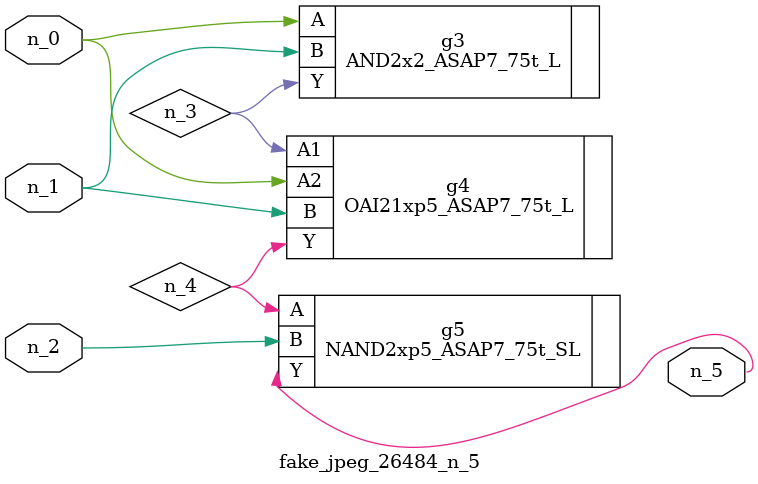
<source format=v>
module fake_jpeg_26484_n_5 (n_0, n_2, n_1, n_5);

input n_0;
input n_2;
input n_1;

output n_5;

wire n_3;
wire n_4;

AND2x2_ASAP7_75t_L g3 ( 
.A(n_0),
.B(n_1),
.Y(n_3)
);

OAI21xp5_ASAP7_75t_L g4 ( 
.A1(n_3),
.A2(n_0),
.B(n_1),
.Y(n_4)
);

NAND2xp5_ASAP7_75t_SL g5 ( 
.A(n_4),
.B(n_2),
.Y(n_5)
);


endmodule
</source>
